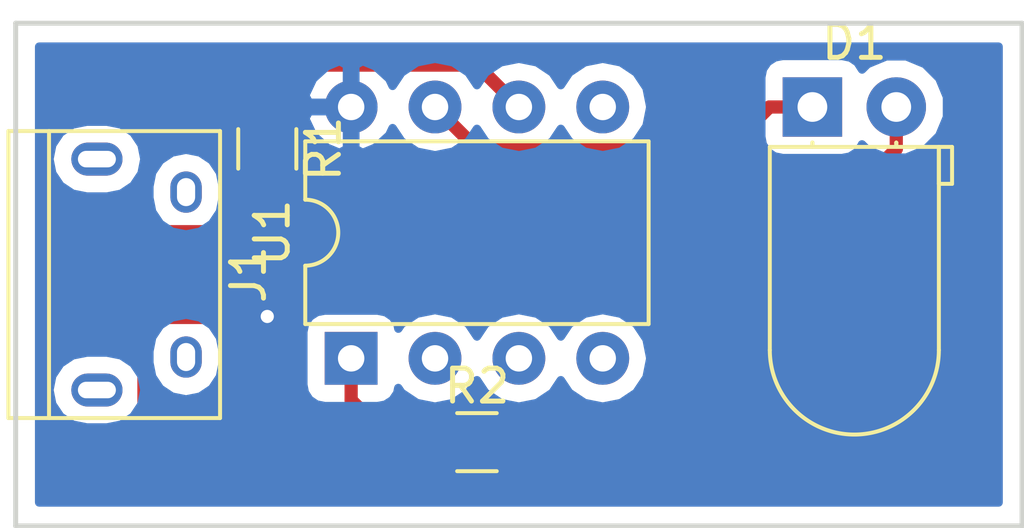
<source format=kicad_pcb>
(kicad_pcb (version 4) (host pcbnew 4.0.7-e2-6376~58~ubuntu16.04.1)

  (general
    (links 8)
    (no_connects 0)
    (area 125.004999 104.581429 156.285001 120.985)
    (thickness 1.6)
    (drawings 4)
    (tracks 29)
    (zones 0)
    (modules 5)
    (nets 12)
  )

  (page USLetter)
  (layers
    (0 F.Cu signal)
    (31 B.Cu signal)
    (32 B.Adhes user)
    (33 F.Adhes user)
    (34 B.Paste user)
    (35 F.Paste user)
    (36 B.SilkS user)
    (37 F.SilkS user)
    (38 B.Mask user)
    (39 F.Mask user)
    (40 Dwgs.User user)
    (41 Cmts.User user)
    (42 Eco1.User user)
    (43 Eco2.User user)
    (44 Edge.Cuts user)
    (45 Margin user)
    (46 B.CrtYd user)
    (47 F.CrtYd user)
    (48 B.Fab user)
    (49 F.Fab user)
  )

  (setup
    (last_trace_width 0.25)
    (trace_clearance 0.25)
    (zone_clearance 0.508)
    (zone_45_only no)
    (trace_min 0.2)
    (segment_width 0.2)
    (edge_width 0.15)
    (via_size 0.6)
    (via_drill 0.4)
    (via_min_size 0.4)
    (via_min_drill 0.3)
    (uvia_size 0.3)
    (uvia_drill 0.1)
    (uvias_allowed no)
    (uvia_min_size 0.2)
    (uvia_min_drill 0.1)
    (pcb_text_width 0.3)
    (pcb_text_size 1.5 1.5)
    (mod_edge_width 0.15)
    (mod_text_size 1 1)
    (mod_text_width 0.15)
    (pad_size 1.524 1.524)
    (pad_drill 0.762)
    (pad_to_mask_clearance 0.2)
    (aux_axis_origin 0 0)
    (visible_elements FFFFFF7F)
    (pcbplotparams
      (layerselection 0x00030_80000001)
      (usegerberextensions false)
      (excludeedgelayer true)
      (linewidth 0.100000)
      (plotframeref false)
      (viasonmask false)
      (mode 1)
      (useauxorigin false)
      (hpglpennumber 1)
      (hpglpenspeed 20)
      (hpglpendiameter 15)
      (hpglpenoverlay 2)
      (psnegative false)
      (psa4output false)
      (plotreference true)
      (plotvalue true)
      (plotinvisibletext false)
      (padsonsilk false)
      (subtractmaskfromsilk false)
      (outputformat 1)
      (mirror false)
      (drillshape 1)
      (scaleselection 1)
      (outputdirectory ""))
  )

  (net 0 "")
  (net 1 /uCtoLED)
  (net 2 "Net-(D1-Pad2)")
  (net 3 VCC)
  (net 4 "Net-(J1-Pad2)")
  (net 5 GND)
  (net 6 /INPUT)
  (net 7 "Net-(U1-Pad5)")
  (net 8 "Net-(U1-Pad2)")
  (net 9 "Net-(U1-Pad3)")
  (net 10 "Net-(U1-Pad4)")
  (net 11 "Net-(J1-Pad3)")

  (net_class Default "This is the default net class."
    (clearance 0.25)
    (trace_width 0.25)
    (via_dia 0.6)
    (via_drill 0.4)
    (uvia_dia 0.3)
    (uvia_drill 0.1)
    (add_net GND)
    (add_net "Net-(J1-Pad3)")
    (add_net VCC)
  )

  (net_class power ""
    (clearance 0.25)
    (trace_width 0.4)
    (via_dia 0.6)
    (via_drill 0.4)
    (uvia_dia 0.3)
    (uvia_drill 0.1)
    (add_net /INPUT)
    (add_net /uCtoLED)
    (add_net "Net-(D1-Pad2)")
    (add_net "Net-(J1-Pad2)")
    (add_net "Net-(U1-Pad2)")
    (add_net "Net-(U1-Pad3)")
    (add_net "Net-(U1-Pad4)")
    (add_net "Net-(U1-Pad5)")
  )

  (module LEDs:LED_D5.0mm_Horizontal_O1.27mm_Z3.0mm (layer F.Cu) (tedit 5880A862) (tstamp 59AE10DB)
    (at 149.86 107.95)
    (descr "LED, diameter 5.0mm z-position of LED center 3.0mm, 2 pins")
    (tags "LED diameter 5.0mm z-position of LED center 3.0mm 2 pins")
    (path /59ADC81D)
    (fp_text reference D1 (at 1.27 -1.96) (layer F.SilkS)
      (effects (font (size 1 1) (thickness 0.15)))
    )
    (fp_text value LED (at 1.27 10.93) (layer F.Fab)
      (effects (font (size 1 1) (thickness 0.15)))
    )
    (fp_arc (start 1.27 7.37) (end -1.23 7.37) (angle -180) (layer F.Fab) (width 0.1))
    (fp_arc (start 1.27 7.37) (end -1.29 7.37) (angle -180) (layer F.SilkS) (width 0.12))
    (fp_line (start -1.23 1.27) (end -1.23 7.37) (layer F.Fab) (width 0.1))
    (fp_line (start 3.77 1.27) (end 3.77 7.37) (layer F.Fab) (width 0.1))
    (fp_line (start -1.23 1.27) (end 3.77 1.27) (layer F.Fab) (width 0.1))
    (fp_line (start 4.17 1.27) (end 4.17 2.27) (layer F.Fab) (width 0.1))
    (fp_line (start 4.17 2.27) (end 3.77 2.27) (layer F.Fab) (width 0.1))
    (fp_line (start 3.77 2.27) (end 3.77 1.27) (layer F.Fab) (width 0.1))
    (fp_line (start 3.77 1.27) (end 4.17 1.27) (layer F.Fab) (width 0.1))
    (fp_line (start 0 0) (end 0 1.27) (layer F.Fab) (width 0.1))
    (fp_line (start 0 1.27) (end 0 1.27) (layer F.Fab) (width 0.1))
    (fp_line (start 0 1.27) (end 0 0) (layer F.Fab) (width 0.1))
    (fp_line (start 0 0) (end 0 0) (layer F.Fab) (width 0.1))
    (fp_line (start 2.54 0) (end 2.54 1.27) (layer F.Fab) (width 0.1))
    (fp_line (start 2.54 1.27) (end 2.54 1.27) (layer F.Fab) (width 0.1))
    (fp_line (start 2.54 1.27) (end 2.54 0) (layer F.Fab) (width 0.1))
    (fp_line (start 2.54 0) (end 2.54 0) (layer F.Fab) (width 0.1))
    (fp_line (start -1.29 1.21) (end -1.29 7.37) (layer F.SilkS) (width 0.12))
    (fp_line (start 3.83 1.21) (end 3.83 7.37) (layer F.SilkS) (width 0.12))
    (fp_line (start -1.29 1.21) (end 3.83 1.21) (layer F.SilkS) (width 0.12))
    (fp_line (start 4.23 1.21) (end 4.23 2.33) (layer F.SilkS) (width 0.12))
    (fp_line (start 4.23 2.33) (end 3.83 2.33) (layer F.SilkS) (width 0.12))
    (fp_line (start 3.83 2.33) (end 3.83 1.21) (layer F.SilkS) (width 0.12))
    (fp_line (start 3.83 1.21) (end 4.23 1.21) (layer F.SilkS) (width 0.12))
    (fp_line (start 0 1.08) (end 0 1.21) (layer F.SilkS) (width 0.12))
    (fp_line (start 0 1.21) (end 0 1.21) (layer F.SilkS) (width 0.12))
    (fp_line (start 0 1.21) (end 0 1.08) (layer F.SilkS) (width 0.12))
    (fp_line (start 0 1.08) (end 0 1.08) (layer F.SilkS) (width 0.12))
    (fp_line (start 2.54 1.08) (end 2.54 1.21) (layer F.SilkS) (width 0.12))
    (fp_line (start 2.54 1.21) (end 2.54 1.21) (layer F.SilkS) (width 0.12))
    (fp_line (start 2.54 1.21) (end 2.54 1.08) (layer F.SilkS) (width 0.12))
    (fp_line (start 2.54 1.08) (end 2.54 1.08) (layer F.SilkS) (width 0.12))
    (fp_line (start -1.95 -1.25) (end -1.95 10.2) (layer F.CrtYd) (width 0.05))
    (fp_line (start -1.95 10.2) (end 4.5 10.2) (layer F.CrtYd) (width 0.05))
    (fp_line (start 4.5 10.2) (end 4.5 -1.25) (layer F.CrtYd) (width 0.05))
    (fp_line (start 4.5 -1.25) (end -1.95 -1.25) (layer F.CrtYd) (width 0.05))
    (pad 1 thru_hole rect (at 0 0) (size 1.8 1.8) (drill 0.9) (layers *.Cu *.Mask)
      (net 1 /uCtoLED))
    (pad 2 thru_hole circle (at 2.54 0) (size 1.8 1.8) (drill 0.9) (layers *.Cu *.Mask)
      (net 2 "Net-(D1-Pad2)"))
    (model ${KISYS3DMOD}/LEDs.3dshapes/LED_D5.0mm_Horizontal_O1.27mm_Z3.0mm.wrl
      (at (xyz 0 0 0))
      (scale (xyz 0.393701 0.393701 0.393701))
      (rotate (xyz 0 0 0))
    )
  )

  (module Resistors_SMD:R_0805_HandSoldering (layer F.Cu) (tedit 59AE1D86) (tstamp 59AE10E8)
    (at 133.35 109.22 270)
    (descr "Resistor SMD 0805, hand soldering")
    (tags "resistor 0805")
    (path /59ADC670)
    (attr smd)
    (fp_text reference R1 (at 0 -1.7 270) (layer F.SilkS)
      (effects (font (size 1 1) (thickness 0.15)))
    )
    (fp_text value 100 (at -1.27 1.27 270) (layer F.Fab)
      (effects (font (size 1 1) (thickness 0.15)))
    )
    (fp_text user %R (at 0 0 270) (layer F.Fab)
      (effects (font (size 0.5 0.5) (thickness 0.075)))
    )
    (fp_line (start -1 0.62) (end -1 -0.62) (layer F.Fab) (width 0.1))
    (fp_line (start 1 0.62) (end -1 0.62) (layer F.Fab) (width 0.1))
    (fp_line (start 1 -0.62) (end 1 0.62) (layer F.Fab) (width 0.1))
    (fp_line (start -1 -0.62) (end 1 -0.62) (layer F.Fab) (width 0.1))
    (fp_line (start 0.6 0.88) (end -0.6 0.88) (layer F.SilkS) (width 0.12))
    (fp_line (start -0.6 -0.88) (end 0.6 -0.88) (layer F.SilkS) (width 0.12))
    (fp_line (start -2.35 -0.9) (end 2.35 -0.9) (layer F.CrtYd) (width 0.05))
    (fp_line (start -2.35 -0.9) (end -2.35 0.9) (layer F.CrtYd) (width 0.05))
    (fp_line (start 2.35 0.9) (end 2.35 -0.9) (layer F.CrtYd) (width 0.05))
    (fp_line (start 2.35 0.9) (end -2.35 0.9) (layer F.CrtYd) (width 0.05))
    (pad 1 smd rect (at -1.35 0 270) (size 1.5 1.3) (layers F.Cu F.Paste F.Mask)
      (net 6 /INPUT))
    (pad 2 smd rect (at 1.35 0 270) (size 1.5 1.3) (layers F.Cu F.Paste F.Mask)
      (net 11 "Net-(J1-Pad3)"))
    (model ${KISYS3DMOD}/Resistors_SMD.3dshapes/R_0805.wrl
      (at (xyz 0 0 0))
      (scale (xyz 1 1 1))
      (rotate (xyz 0 0 0))
    )
  )

  (module Resistors_SMD:R_0805_HandSoldering (layer F.Cu) (tedit 58E0A804) (tstamp 59AE10EE)
    (at 139.7 118.11)
    (descr "Resistor SMD 0805, hand soldering")
    (tags "resistor 0805")
    (path /59ADC59C)
    (attr smd)
    (fp_text reference R2 (at 0 -1.7) (layer F.SilkS)
      (effects (font (size 1 1) (thickness 0.15)))
    )
    (fp_text value 1k (at 0 1.75) (layer F.Fab)
      (effects (font (size 1 1) (thickness 0.15)))
    )
    (fp_text user %R (at 0 0) (layer F.Fab)
      (effects (font (size 0.5 0.5) (thickness 0.075)))
    )
    (fp_line (start -1 0.62) (end -1 -0.62) (layer F.Fab) (width 0.1))
    (fp_line (start 1 0.62) (end -1 0.62) (layer F.Fab) (width 0.1))
    (fp_line (start 1 -0.62) (end 1 0.62) (layer F.Fab) (width 0.1))
    (fp_line (start -1 -0.62) (end 1 -0.62) (layer F.Fab) (width 0.1))
    (fp_line (start 0.6 0.88) (end -0.6 0.88) (layer F.SilkS) (width 0.12))
    (fp_line (start -0.6 -0.88) (end 0.6 -0.88) (layer F.SilkS) (width 0.12))
    (fp_line (start -2.35 -0.9) (end 2.35 -0.9) (layer F.CrtYd) (width 0.05))
    (fp_line (start -2.35 -0.9) (end -2.35 0.9) (layer F.CrtYd) (width 0.05))
    (fp_line (start 2.35 0.9) (end 2.35 -0.9) (layer F.CrtYd) (width 0.05))
    (fp_line (start 2.35 0.9) (end -2.35 0.9) (layer F.CrtYd) (width 0.05))
    (pad 1 smd rect (at -1.35 0) (size 1.5 1.3) (layers F.Cu F.Paste F.Mask)
      (net 3 VCC))
    (pad 2 smd rect (at 1.35 0) (size 1.5 1.3) (layers F.Cu F.Paste F.Mask)
      (net 2 "Net-(D1-Pad2)"))
    (model ${KISYS3DMOD}/Resistors_SMD.3dshapes/R_0805.wrl
      (at (xyz 0 0 0))
      (scale (xyz 1 1 1))
      (rotate (xyz 0 0 0))
    )
  )

  (module Housings_DIP:DIP-8_W7.62mm (layer F.Cu) (tedit 58CC8E33) (tstamp 59AE10FA)
    (at 135.89 115.57 90)
    (descr "8-lead dip package, row spacing 7.62 mm (300 mils)")
    (tags "DIL DIP PDIP 2.54mm 7.62mm 300mil")
    (path /59ADC7A7)
    (fp_text reference U1 (at 3.81 -2.39 90) (layer F.SilkS)
      (effects (font (size 1 1) (thickness 0.15)))
    )
    (fp_text value PIC12C508A-I/SN (at 3.81 10.01 90) (layer F.Fab)
      (effects (font (size 1 1) (thickness 0.15)))
    )
    (fp_text user %R (at 3.81 3.81 90) (layer F.Fab)
      (effects (font (size 1 1) (thickness 0.15)))
    )
    (fp_line (start 1.635 -1.27) (end 6.985 -1.27) (layer F.Fab) (width 0.1))
    (fp_line (start 6.985 -1.27) (end 6.985 8.89) (layer F.Fab) (width 0.1))
    (fp_line (start 6.985 8.89) (end 0.635 8.89) (layer F.Fab) (width 0.1))
    (fp_line (start 0.635 8.89) (end 0.635 -0.27) (layer F.Fab) (width 0.1))
    (fp_line (start 0.635 -0.27) (end 1.635 -1.27) (layer F.Fab) (width 0.1))
    (fp_line (start 2.81 -1.39) (end 1.04 -1.39) (layer F.SilkS) (width 0.12))
    (fp_line (start 1.04 -1.39) (end 1.04 9.01) (layer F.SilkS) (width 0.12))
    (fp_line (start 1.04 9.01) (end 6.58 9.01) (layer F.SilkS) (width 0.12))
    (fp_line (start 6.58 9.01) (end 6.58 -1.39) (layer F.SilkS) (width 0.12))
    (fp_line (start 6.58 -1.39) (end 4.81 -1.39) (layer F.SilkS) (width 0.12))
    (fp_line (start -1.1 -1.6) (end -1.1 9.2) (layer F.CrtYd) (width 0.05))
    (fp_line (start -1.1 9.2) (end 8.7 9.2) (layer F.CrtYd) (width 0.05))
    (fp_line (start 8.7 9.2) (end 8.7 -1.6) (layer F.CrtYd) (width 0.05))
    (fp_line (start 8.7 -1.6) (end -1.1 -1.6) (layer F.CrtYd) (width 0.05))
    (fp_arc (start 3.81 -1.39) (end 2.81 -1.39) (angle -180) (layer F.SilkS) (width 0.12))
    (pad 1 thru_hole rect (at 0 0 90) (size 1.6 1.6) (drill 0.8) (layers *.Cu *.Mask)
      (net 3 VCC))
    (pad 5 thru_hole oval (at 7.62 7.62 90) (size 1.6 1.6) (drill 0.8) (layers *.Cu *.Mask)
      (net 7 "Net-(U1-Pad5)"))
    (pad 2 thru_hole oval (at 0 2.54 90) (size 1.6 1.6) (drill 0.8) (layers *.Cu *.Mask)
      (net 8 "Net-(U1-Pad2)"))
    (pad 6 thru_hole oval (at 7.62 5.08 90) (size 1.6 1.6) (drill 0.8) (layers *.Cu *.Mask)
      (net 6 /INPUT))
    (pad 3 thru_hole oval (at 0 5.08 90) (size 1.6 1.6) (drill 0.8) (layers *.Cu *.Mask)
      (net 9 "Net-(U1-Pad3)"))
    (pad 7 thru_hole oval (at 7.62 2.54 90) (size 1.6 1.6) (drill 0.8) (layers *.Cu *.Mask)
      (net 1 /uCtoLED))
    (pad 4 thru_hole oval (at 0 7.62 90) (size 1.6 1.6) (drill 0.8) (layers *.Cu *.Mask)
      (net 10 "Net-(U1-Pad4)"))
    (pad 8 thru_hole oval (at 7.62 0 90) (size 1.6 1.6) (drill 0.8) (layers *.Cu *.Mask)
      (net 5 GND))
    (model ${KISYS3DMOD}/Housings_DIP.3dshapes/DIP-8_W7.62mm.wrl
      (at (xyz 0 0 0))
      (scale (xyz 1 1 1))
      (rotate (xyz 0 0 0))
    )
  )

  (module Connectors:USB_Micro-B (layer F.Cu) (tedit 5543E447) (tstamp 59AE19B4)
    (at 129.54 113.03 270)
    (descr "Micro USB Type B Receptacle")
    (tags "USB USB_B USB_micro USB_OTG")
    (path /59AE18BE)
    (attr smd)
    (fp_text reference J1 (at 0 -3.24 270) (layer F.SilkS)
      (effects (font (size 1 1) (thickness 0.15)))
    )
    (fp_text value USB_B (at 0 1.27 270) (layer F.Fab)
      (effects (font (size 1 1) (thickness 0.15)))
    )
    (fp_line (start -4.6 -2.59) (end 4.6 -2.59) (layer F.CrtYd) (width 0.05))
    (fp_line (start 4.6 -2.59) (end 4.6 4.26) (layer F.CrtYd) (width 0.05))
    (fp_line (start 4.6 4.26) (end -4.6 4.26) (layer F.CrtYd) (width 0.05))
    (fp_line (start -4.6 4.26) (end -4.6 -2.59) (layer F.CrtYd) (width 0.05))
    (fp_line (start -4.35 4.03) (end 4.35 4.03) (layer F.SilkS) (width 0.12))
    (fp_line (start -4.35 -2.38) (end 4.35 -2.38) (layer F.SilkS) (width 0.12))
    (fp_line (start 4.35 -2.38) (end 4.35 4.03) (layer F.SilkS) (width 0.12))
    (fp_line (start 4.35 2.8) (end -4.35 2.8) (layer F.SilkS) (width 0.12))
    (fp_line (start -4.35 4.03) (end -4.35 -2.38) (layer F.SilkS) (width 0.12))
    (pad 1 smd rect (at -1.3 -1.35) (size 1.35 0.4) (layers F.Cu F.Paste F.Mask)
      (net 3 VCC))
    (pad 2 smd rect (at -0.65 -1.35) (size 1.35 0.4) (layers F.Cu F.Paste F.Mask)
      (net 4 "Net-(J1-Pad2)"))
    (pad 3 smd rect (at 0 -1.35) (size 1.35 0.4) (layers F.Cu F.Paste F.Mask)
      (net 11 "Net-(J1-Pad3)"))
    (pad 4 smd rect (at 0.65 -1.35) (size 1.35 0.4) (layers F.Cu F.Paste F.Mask)
      (net 5 GND))
    (pad 5 smd rect (at 1.3 -1.35) (size 1.35 0.4) (layers F.Cu F.Paste F.Mask)
      (net 5 GND))
    (pad 6 thru_hole oval (at -2.5 -1.35) (size 0.95 1.25) (drill oval 0.55 0.85) (layers *.Cu *.Mask))
    (pad 6 thru_hole oval (at 2.5 -1.35) (size 0.95 1.25) (drill oval 0.55 0.85) (layers *.Cu *.Mask))
    (pad 6 thru_hole oval (at -3.5 1.35) (size 1.55 1) (drill oval 1.15 0.5) (layers *.Cu *.Mask))
    (pad 6 thru_hole oval (at 3.5 1.35) (size 1.55 1) (drill oval 1.15 0.5) (layers *.Cu *.Mask))
  )

  (gr_line (start 125.73 105.41) (end 156.21 105.41) (angle 90) (layer Edge.Cuts) (width 0.15))
  (gr_line (start 156.21 120.65) (end 125.73 120.65) (angle 90) (layer Edge.Cuts) (width 0.15))
  (gr_line (start 125.73 120.65) (end 125.73 105.41) (angle 90) (layer Edge.Cuts) (width 0.15))
  (gr_line (start 156.21 105.41) (end 156.21 120.65) (angle 90) (layer Edge.Cuts) (width 0.15))

  (segment (start 138.43 107.95) (end 139.680001 109.200001) (width 0.4) (layer F.Cu) (net 1))
  (segment (start 139.680001 109.200001) (end 147.309999 109.200001) (width 0.4) (layer F.Cu) (net 1))
  (segment (start 147.309999 109.200001) (end 148.56 107.95) (width 0.4) (layer F.Cu) (net 1))
  (segment (start 148.56 107.95) (end 149.86 107.95) (width 0.4) (layer F.Cu) (net 1))
  (segment (start 152.4 107.95) (end 152.4 109.222792) (width 0.4) (layer F.Cu) (net 2))
  (segment (start 152.4 109.222792) (end 143.512792 118.11) (width 0.4) (layer F.Cu) (net 2))
  (segment (start 143.512792 118.11) (end 142.2 118.11) (width 0.4) (layer F.Cu) (net 2))
  (segment (start 142.2 118.11) (end 141.05 118.11) (width 0.4) (layer F.Cu) (net 2))
  (segment (start 130.89 111.73) (end 129.57 111.73) (width 0.25) (layer F.Cu) (net 3))
  (segment (start 129.54 118.11) (end 138.35 118.11) (width 0.25) (layer F.Cu) (net 3) (tstamp 59AE1CF0))
  (segment (start 129.54 111.76) (end 129.54 118.11) (width 0.25) (layer F.Cu) (net 3) (tstamp 59AE1CED))
  (segment (start 129.57 111.73) (end 129.54 111.76) (width 0.25) (layer F.Cu) (net 3) (tstamp 59AE1CEC))
  (segment (start 138.35 118.11) (end 137.16 118.11) (width 0.4) (layer F.Cu) (net 3))
  (segment (start 135.89 116.84) (end 135.89 115.57) (width 0.4) (layer F.Cu) (net 3) (tstamp 59AE1A12))
  (segment (start 137.16 118.11) (end 136.398 117.348) (width 0.4) (layer F.Cu) (net 3) (tstamp 59AE1A11))
  (segment (start 136.398 117.348) (end 135.89 116.84) (width 0.4) (layer F.Cu) (net 3) (tstamp 59AE1B26))
  (segment (start 130.89 114.33) (end 133.32 114.33) (width 0.25) (layer F.Cu) (net 5))
  (segment (start 135.89 111.76) (end 135.89 107.95) (width 0.25) (layer B.Cu) (net 5) (tstamp 59AE1D2C))
  (segment (start 133.35 114.3) (end 135.89 111.76) (width 0.25) (layer B.Cu) (net 5) (tstamp 59AE1D2B))
  (via (at 133.35 114.3) (size 0.6) (drill 0.4) (layers F.Cu B.Cu) (net 5))
  (segment (start 133.32 114.33) (end 133.35 114.3) (width 0.25) (layer F.Cu) (net 5) (tstamp 59AE1D23))
  (segment (start 130.89 113.68) (end 130.89 114.33) (width 0.25) (layer F.Cu) (net 5))
  (segment (start 133.35 107.87) (end 133.43 107.87) (width 0.4) (layer F.Cu) (net 6))
  (segment (start 133.43 107.87) (end 134.62 106.68) (width 0.4) (layer F.Cu) (net 6) (tstamp 59AE13C4))
  (segment (start 134.62 106.68) (end 139.7 106.68) (width 0.4) (layer F.Cu) (net 6) (tstamp 59AE13C9))
  (segment (start 139.7 106.68) (end 140.97 107.95) (width 0.4) (layer F.Cu) (net 6) (tstamp 59AE13CB))
  (segment (start 130.89 113.03) (end 132.08 113.03) (width 0.25) (layer F.Cu) (net 11))
  (segment (start 133.35 111.76) (end 133.35 110.57) (width 0.25) (layer F.Cu) (net 11) (tstamp 59AE1CFC))
  (segment (start 132.08 113.03) (end 133.35 111.76) (width 0.25) (layer F.Cu) (net 11) (tstamp 59AE1CF8))

  (zone (net 5) (net_name GND) (layer B.Cu) (tstamp 59AE14B9) (hatch edge 0.508)
    (connect_pads (clearance 0.508))
    (min_thickness 0.254)
    (fill yes (arc_segments 16) (thermal_gap 0.508) (thermal_bridge_width 0.508))
    (polygon
      (pts
        (xy 156.21 105.41) (xy 156.21 120.65) (xy 125.73 120.65) (xy 125.73 105.41)
      )
    )
    (filled_polygon
      (pts
        (xy 155.5 119.94) (xy 126.44 119.94) (xy 126.44 116.53) (xy 126.752376 116.53) (xy 126.838773 116.964346)
        (xy 127.08481 117.332566) (xy 127.45303 117.578603) (xy 127.887376 117.665) (xy 128.492624 117.665) (xy 128.92697 117.578603)
        (xy 129.29519 117.332566) (xy 129.541227 116.964346) (xy 129.627624 116.53) (xy 129.541227 116.095654) (xy 129.29519 115.727434)
        (xy 128.92697 115.481397) (xy 128.492624 115.395) (xy 127.887376 115.395) (xy 127.45303 115.481397) (xy 127.08481 115.727434)
        (xy 126.838773 116.095654) (xy 126.752376 116.53) (xy 126.44 116.53) (xy 126.44 115.355315) (xy 129.78 115.355315)
        (xy 129.78 115.704685) (xy 129.864494 116.129464) (xy 130.105111 116.489574) (xy 130.465221 116.730191) (xy 130.89 116.814685)
        (xy 131.314779 116.730191) (xy 131.674889 116.489574) (xy 131.915506 116.129464) (xy 132 115.704685) (xy 132 115.355315)
        (xy 131.915506 114.930536) (xy 131.80824 114.77) (xy 134.44256 114.77) (xy 134.44256 116.37) (xy 134.486838 116.605317)
        (xy 134.62591 116.821441) (xy 134.83811 116.966431) (xy 135.09 117.01744) (xy 136.69 117.01744) (xy 136.925317 116.973162)
        (xy 137.141441 116.83409) (xy 137.286431 116.62189) (xy 137.317815 116.466911) (xy 137.415302 116.612811) (xy 137.880849 116.92388)
        (xy 138.43 117.033113) (xy 138.979151 116.92388) (xy 139.444698 116.612811) (xy 139.7 116.230725) (xy 139.955302 116.612811)
        (xy 140.420849 116.92388) (xy 140.97 117.033113) (xy 141.519151 116.92388) (xy 141.984698 116.612811) (xy 142.24 116.230725)
        (xy 142.495302 116.612811) (xy 142.960849 116.92388) (xy 143.51 117.033113) (xy 144.059151 116.92388) (xy 144.524698 116.612811)
        (xy 144.835767 116.147264) (xy 144.945 115.598113) (xy 144.945 115.541887) (xy 144.835767 114.992736) (xy 144.524698 114.527189)
        (xy 144.059151 114.21612) (xy 143.51 114.106887) (xy 142.960849 114.21612) (xy 142.495302 114.527189) (xy 142.24 114.909275)
        (xy 141.984698 114.527189) (xy 141.519151 114.21612) (xy 140.97 114.106887) (xy 140.420849 114.21612) (xy 139.955302 114.527189)
        (xy 139.7 114.909275) (xy 139.444698 114.527189) (xy 138.979151 114.21612) (xy 138.43 114.106887) (xy 137.880849 114.21612)
        (xy 137.415302 114.527189) (xy 137.318899 114.671465) (xy 137.293162 114.534683) (xy 137.15409 114.318559) (xy 136.94189 114.173569)
        (xy 136.69 114.12256) (xy 135.09 114.12256) (xy 134.854683 114.166838) (xy 134.638559 114.30591) (xy 134.493569 114.51811)
        (xy 134.44256 114.77) (xy 131.80824 114.77) (xy 131.674889 114.570426) (xy 131.314779 114.329809) (xy 130.89 114.245315)
        (xy 130.465221 114.329809) (xy 130.105111 114.570426) (xy 129.864494 114.930536) (xy 129.78 115.355315) (xy 126.44 115.355315)
        (xy 126.44 109.53) (xy 126.752376 109.53) (xy 126.838773 109.964346) (xy 127.08481 110.332566) (xy 127.45303 110.578603)
        (xy 127.887376 110.665) (xy 128.492624 110.665) (xy 128.92697 110.578603) (xy 129.261143 110.355315) (xy 129.78 110.355315)
        (xy 129.78 110.704685) (xy 129.864494 111.129464) (xy 130.105111 111.489574) (xy 130.465221 111.730191) (xy 130.89 111.814685)
        (xy 131.314779 111.730191) (xy 131.674889 111.489574) (xy 131.915506 111.129464) (xy 132 110.704685) (xy 132 110.355315)
        (xy 131.915506 109.930536) (xy 131.674889 109.570426) (xy 131.314779 109.329809) (xy 130.89 109.245315) (xy 130.465221 109.329809)
        (xy 130.105111 109.570426) (xy 129.864494 109.930536) (xy 129.78 110.355315) (xy 129.261143 110.355315) (xy 129.29519 110.332566)
        (xy 129.541227 109.964346) (xy 129.627624 109.53) (xy 129.541227 109.095654) (xy 129.29519 108.727434) (xy 128.92697 108.481397)
        (xy 128.492624 108.395) (xy 127.887376 108.395) (xy 127.45303 108.481397) (xy 127.08481 108.727434) (xy 126.838773 109.095654)
        (xy 126.752376 109.53) (xy 126.44 109.53) (xy 126.44 108.299041) (xy 134.498086 108.299041) (xy 134.737611 108.805134)
        (xy 135.152577 109.181041) (xy 135.540961 109.341904) (xy 135.763 109.219915) (xy 135.763 108.077) (xy 134.619371 108.077)
        (xy 134.498086 108.299041) (xy 126.44 108.299041) (xy 126.44 107.600959) (xy 134.498086 107.600959) (xy 134.619371 107.823)
        (xy 135.763 107.823) (xy 135.763 106.680085) (xy 136.017 106.680085) (xy 136.017 107.823) (xy 136.037 107.823)
        (xy 136.037 108.077) (xy 136.017 108.077) (xy 136.017 109.219915) (xy 136.239039 109.341904) (xy 136.627423 109.181041)
        (xy 137.042389 108.805134) (xy 137.145014 108.588297) (xy 137.415302 108.992811) (xy 137.880849 109.30388) (xy 138.43 109.413113)
        (xy 138.979151 109.30388) (xy 139.444698 108.992811) (xy 139.7 108.610725) (xy 139.955302 108.992811) (xy 140.420849 109.30388)
        (xy 140.97 109.413113) (xy 141.519151 109.30388) (xy 141.984698 108.992811) (xy 142.24 108.610725) (xy 142.495302 108.992811)
        (xy 142.960849 109.30388) (xy 143.51 109.413113) (xy 144.059151 109.30388) (xy 144.524698 108.992811) (xy 144.835767 108.527264)
        (xy 144.945 107.978113) (xy 144.945 107.921887) (xy 144.835767 107.372736) (xy 144.620122 107.05) (xy 148.31256 107.05)
        (xy 148.31256 108.85) (xy 148.356838 109.085317) (xy 148.49591 109.301441) (xy 148.70811 109.446431) (xy 148.96 109.49744)
        (xy 150.76 109.49744) (xy 150.995317 109.453162) (xy 151.211441 109.31409) (xy 151.356431 109.10189) (xy 151.360567 109.081466)
        (xy 151.529357 109.250551) (xy 152.09333 109.484733) (xy 152.703991 109.485265) (xy 153.268371 109.252068) (xy 153.700551 108.820643)
        (xy 153.934733 108.25667) (xy 153.935265 107.646009) (xy 153.702068 107.081629) (xy 153.270643 106.649449) (xy 152.70667 106.415267)
        (xy 152.096009 106.414735) (xy 151.531629 106.647932) (xy 151.363387 106.81588) (xy 151.363162 106.814683) (xy 151.22409 106.598559)
        (xy 151.01189 106.453569) (xy 150.76 106.40256) (xy 148.96 106.40256) (xy 148.724683 106.446838) (xy 148.508559 106.58591)
        (xy 148.363569 106.79811) (xy 148.31256 107.05) (xy 144.620122 107.05) (xy 144.524698 106.907189) (xy 144.059151 106.59612)
        (xy 143.51 106.486887) (xy 142.960849 106.59612) (xy 142.495302 106.907189) (xy 142.24 107.289275) (xy 141.984698 106.907189)
        (xy 141.519151 106.59612) (xy 140.97 106.486887) (xy 140.420849 106.59612) (xy 139.955302 106.907189) (xy 139.7 107.289275)
        (xy 139.444698 106.907189) (xy 138.979151 106.59612) (xy 138.43 106.486887) (xy 137.880849 106.59612) (xy 137.415302 106.907189)
        (xy 137.145014 107.311703) (xy 137.042389 107.094866) (xy 136.627423 106.718959) (xy 136.239039 106.558096) (xy 136.017 106.680085)
        (xy 135.763 106.680085) (xy 135.540961 106.558096) (xy 135.152577 106.718959) (xy 134.737611 107.094866) (xy 134.498086 107.600959)
        (xy 126.44 107.600959) (xy 126.44 106.12) (xy 155.5 106.12)
      )
    )
  )
)

</source>
